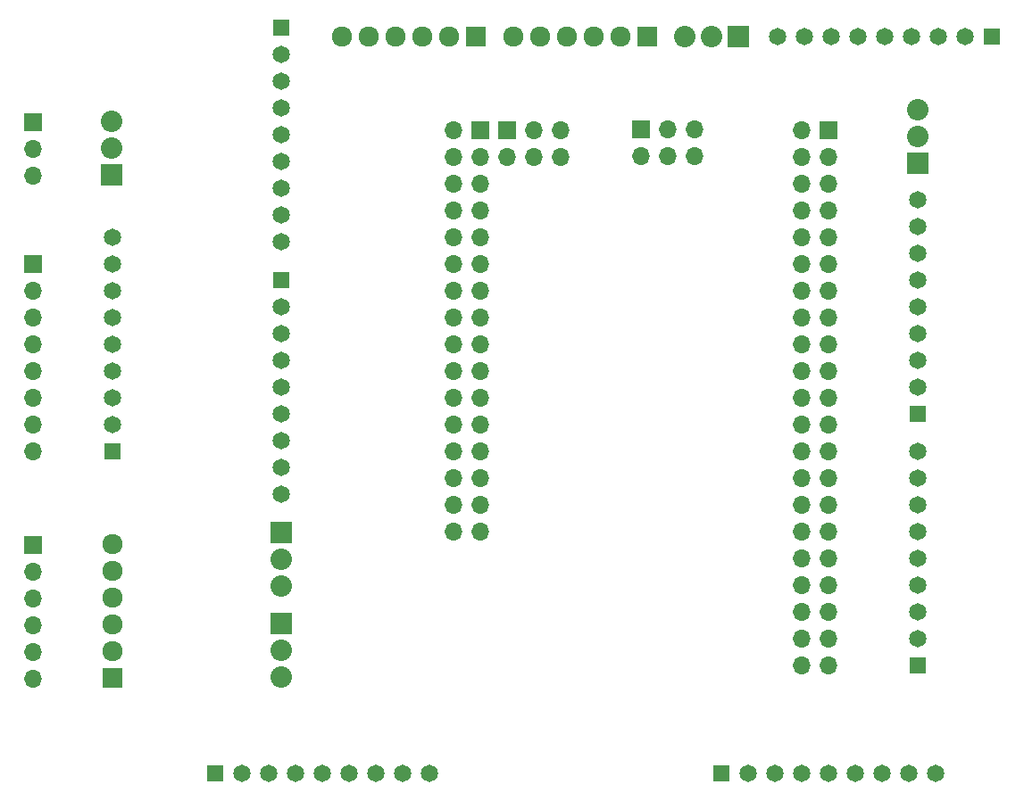
<source format=gbr>
%TF.GenerationSoftware,KiCad,Pcbnew,(6.0.9)*%
%TF.CreationDate,2023-02-05T01:27:45+02:00*%
%TF.ProjectId,Mega pro pins,4d656761-2070-4726-9f20-70696e732e6b,rev?*%
%TF.SameCoordinates,Original*%
%TF.FileFunction,Copper,L2,Bot*%
%TF.FilePolarity,Positive*%
%FSLAX46Y46*%
G04 Gerber Fmt 4.6, Leading zero omitted, Abs format (unit mm)*
G04 Created by KiCad (PCBNEW (6.0.9)) date 2023-02-05 01:27:45*
%MOMM*%
%LPD*%
G01*
G04 APERTURE LIST*
%TA.AperFunction,ComponentPad*%
%ADD10R,1.650000X1.650000*%
%TD*%
%TA.AperFunction,ComponentPad*%
%ADD11C,1.650000*%
%TD*%
%TA.AperFunction,ComponentPad*%
%ADD12R,1.920000X1.920000*%
%TD*%
%TA.AperFunction,ComponentPad*%
%ADD13C,1.920000*%
%TD*%
%TA.AperFunction,ComponentPad*%
%ADD14R,2.040000X2.040000*%
%TD*%
%TA.AperFunction,ComponentPad*%
%ADD15C,2.040000*%
%TD*%
%TA.AperFunction,ComponentPad*%
%ADD16R,1.700000X1.700000*%
%TD*%
%TA.AperFunction,ComponentPad*%
%ADD17O,1.700000X1.700000*%
%TD*%
G04 APERTURE END LIST*
D10*
%TO.P,J6,1,1*%
%TO.N,N/C*%
X113588800Y-85696400D03*
D11*
%TO.P,J6,2,2*%
X113588800Y-88236400D03*
%TO.P,J6,3,3*%
X113588800Y-90776400D03*
%TO.P,J6,4,4*%
X113588800Y-93316400D03*
%TO.P,J6,5,5*%
X113588800Y-95856400D03*
%TO.P,J6,6,6*%
X113588800Y-98396400D03*
%TO.P,J6,7,7*%
X113588800Y-100936400D03*
%TO.P,J6,8,8*%
X113588800Y-103476400D03*
%TO.P,J6,9,9*%
X113588800Y-106016400D03*
%TD*%
D10*
%TO.P,J9,1,1*%
%TO.N,N/C*%
X97586800Y-125857000D03*
D11*
%TO.P,J9,2,2*%
X97586800Y-123317000D03*
%TO.P,J9,3,3*%
X97586800Y-120777000D03*
%TO.P,J9,4,4*%
X97586800Y-118237000D03*
%TO.P,J9,5,5*%
X97586800Y-115697000D03*
%TO.P,J9,6,6*%
X97586800Y-113157000D03*
%TO.P,J9,7,7*%
X97586800Y-110617000D03*
%TO.P,J9,8,8*%
X97586800Y-108077000D03*
%TO.P,J9,9,9*%
X97586800Y-105537000D03*
%TD*%
D12*
%TO.P,J2,1,1*%
%TO.N,N/C*%
X148310600Y-86534600D03*
D13*
%TO.P,J2,2,2*%
X145770600Y-86534600D03*
%TO.P,J2,3,3*%
X143230600Y-86534600D03*
%TO.P,J2,4,4*%
X140690600Y-86534600D03*
%TO.P,J2,5,5*%
X138150600Y-86534600D03*
%TO.P,J2,6,6*%
X135610600Y-86534600D03*
%TD*%
D14*
%TO.P,J3,1,1*%
%TO.N,N/C*%
X156921300Y-86534600D03*
D15*
%TO.P,J3,2,2*%
X154381300Y-86534600D03*
%TO.P,J3,3,3*%
X151841300Y-86534600D03*
%TD*%
D16*
%TO.P,18,1*%
%TO.N,N/C*%
X90068400Y-108102400D03*
D17*
%TO.P,18,2*%
X90068400Y-110642400D03*
%TO.P,18,3*%
X90068400Y-113182400D03*
%TO.P,18,4*%
X90068400Y-115722400D03*
%TO.P,18,5*%
X90068400Y-118262400D03*
%TO.P,18,6*%
X90068400Y-120802400D03*
%TO.P,18,7*%
X90068400Y-123342400D03*
%TO.P,18,8*%
X90068400Y-125882400D03*
%TD*%
D12*
%TO.P,J1,1,1*%
%TO.N,N/C*%
X132031700Y-86534600D03*
D13*
%TO.P,J1,2,2*%
X129491700Y-86534600D03*
%TO.P,J1,3,3*%
X126951700Y-86534600D03*
%TO.P,J1,4,4*%
X124411700Y-86534600D03*
%TO.P,J1,5,5*%
X121871700Y-86534600D03*
%TO.P,J1,6,6*%
X119331700Y-86534600D03*
%TD*%
D14*
%TO.P,J7,1,1*%
%TO.N,N/C*%
X173913800Y-98523500D03*
D15*
%TO.P,J7,2,2*%
X173913800Y-95983500D03*
%TO.P,J7,3,3*%
X173913800Y-93443500D03*
%TD*%
D10*
%TO.P,J16,1,1*%
%TO.N,N/C*%
X155295600Y-156418500D03*
D11*
%TO.P,J16,2,2*%
X157835600Y-156418500D03*
%TO.P,J16,3,3*%
X160375600Y-156418500D03*
%TO.P,J16,4,4*%
X162915600Y-156418500D03*
%TO.P,J16,5,5*%
X165455600Y-156418500D03*
%TO.P,J16,6,6*%
X167995600Y-156418500D03*
%TO.P,J16,7,7*%
X170535600Y-156418500D03*
%TO.P,J16,8,8*%
X173075600Y-156418500D03*
%TO.P,J16,9,9*%
X175615600Y-156418500D03*
%TD*%
D14*
%TO.P,J5,1,1*%
%TO.N,N/C*%
X97500000Y-99611500D03*
D15*
%TO.P,J5,2,2*%
X97500000Y-97071500D03*
%TO.P,J5,3,3*%
X97500000Y-94531500D03*
%TD*%
D16*
%TO.P,13,1*%
%TO.N,N/C*%
X134950200Y-95377000D03*
D17*
%TO.P,13,2*%
X134950200Y-97917000D03*
%TO.P,13,3*%
X137490200Y-95377000D03*
%TO.P,13,4*%
X137490200Y-97917000D03*
%TO.P,13,5*%
X140030200Y-95377000D03*
%TO.P,13,6*%
X140030200Y-97917000D03*
%TD*%
D12*
%TO.P,J13,1,1*%
%TO.N,N/C*%
X97586800Y-147396200D03*
D13*
%TO.P,J13,2,2*%
X97586800Y-144856200D03*
%TO.P,J13,3,3*%
X97586800Y-142316200D03*
%TO.P,J13,4,4*%
X97586800Y-139776200D03*
%TO.P,J13,5,5*%
X97586800Y-137236200D03*
%TO.P,J13,6,6*%
X97586800Y-134696200D03*
%TD*%
D10*
%TO.P,J10,1,1*%
%TO.N,N/C*%
X113588800Y-109597800D03*
D11*
%TO.P,J10,2,2*%
X113588800Y-112137800D03*
%TO.P,J10,3,3*%
X113588800Y-114677800D03*
%TO.P,J10,4,4*%
X113588800Y-117217800D03*
%TO.P,J10,5,5*%
X113588800Y-119757800D03*
%TO.P,J10,6,6*%
X113588800Y-122297800D03*
%TO.P,J10,7,7*%
X113588800Y-124837800D03*
%TO.P,J10,8,8*%
X113588800Y-127377800D03*
%TO.P,J10,9,9*%
X113588800Y-129917800D03*
%TD*%
D10*
%TO.P,J8,1,1*%
%TO.N,N/C*%
X173913800Y-122348600D03*
D11*
%TO.P,J8,2,2*%
X173913800Y-119808600D03*
%TO.P,J8,3,3*%
X173913800Y-117268600D03*
%TO.P,J8,4,4*%
X173913800Y-114728600D03*
%TO.P,J8,5,5*%
X173913800Y-112188600D03*
%TO.P,J8,6,6*%
X173913800Y-109648600D03*
%TO.P,J8,7,7*%
X173913800Y-107108600D03*
%TO.P,J8,8,8*%
X173913800Y-104568600D03*
%TO.P,J8,9,9*%
X173913800Y-102028600D03*
%TD*%
D14*
%TO.P,J11,1,1*%
%TO.N,N/C*%
X113588800Y-133626100D03*
D15*
%TO.P,J11,2,2*%
X113588800Y-136166100D03*
%TO.P,J11,3,3*%
X113588800Y-138706100D03*
%TD*%
D16*
%TO.P,14,1*%
%TO.N,N/C*%
X165500000Y-95400000D03*
D17*
%TO.P,14,2*%
X162960000Y-95400000D03*
%TO.P,14,3*%
X165500000Y-97940000D03*
%TO.P,14,4*%
X162960000Y-97940000D03*
%TO.P,14,5*%
X165500000Y-100480000D03*
%TO.P,14,6*%
X162960000Y-100480000D03*
%TO.P,14,7*%
X165500000Y-103020000D03*
%TO.P,14,8*%
X162960000Y-103020000D03*
%TO.P,14,9*%
X165500000Y-105560000D03*
%TO.P,14,10*%
X162960000Y-105560000D03*
%TO.P,14,11*%
X165500000Y-108100000D03*
%TO.P,14,12*%
X162960000Y-108100000D03*
%TO.P,14,13*%
X165500000Y-110640000D03*
%TO.P,14,14*%
X162960000Y-110640000D03*
%TO.P,14,15*%
X165500000Y-113180000D03*
%TO.P,14,16*%
X162960000Y-113180000D03*
%TO.P,14,17*%
X165500000Y-115720000D03*
%TO.P,14,18*%
X162960000Y-115720000D03*
%TO.P,14,19*%
X165500000Y-118260000D03*
%TO.P,14,20*%
X162960000Y-118260000D03*
%TO.P,14,21*%
X165500000Y-120800000D03*
%TO.P,14,22*%
X162960000Y-120800000D03*
%TO.P,14,23*%
X165500000Y-123340000D03*
%TO.P,14,24*%
X162960000Y-123340000D03*
%TO.P,14,25*%
X165500000Y-125880000D03*
%TO.P,14,26*%
X162960000Y-125880000D03*
%TO.P,14,27*%
X165500000Y-128420000D03*
%TO.P,14,28*%
X162960000Y-128420000D03*
%TO.P,14,29*%
X165500000Y-130960000D03*
%TO.P,14,30*%
X162960000Y-130960000D03*
%TO.P,14,31*%
X165500000Y-133500000D03*
%TO.P,14,32*%
X162960000Y-133500000D03*
%TO.P,14,33*%
X165500000Y-136040000D03*
%TO.P,14,34*%
X162960000Y-136040000D03*
%TO.P,14,35*%
X165500000Y-138580000D03*
%TO.P,14,36*%
X162960000Y-138580000D03*
%TO.P,14,37*%
X165500000Y-141120000D03*
%TO.P,14,38*%
X162960000Y-141120000D03*
%TO.P,14,39*%
X165500000Y-143660000D03*
%TO.P,14,40*%
X162960000Y-143660000D03*
%TO.P,14,41*%
X165500000Y-146200000D03*
%TO.P,14,42*%
X162960000Y-146200000D03*
%TD*%
D16*
%TO.P,16,1*%
%TO.N,N/C*%
X90063200Y-94600000D03*
D17*
%TO.P,16,2*%
X90063200Y-97140000D03*
%TO.P,16,3*%
X90063200Y-99680000D03*
%TD*%
D10*
%TO.P,J15,1,1*%
%TO.N,N/C*%
X107264200Y-156435400D03*
D11*
%TO.P,J15,2,2*%
X109804200Y-156435400D03*
%TO.P,J15,3,3*%
X112344200Y-156435400D03*
%TO.P,J15,4,4*%
X114884200Y-156435400D03*
%TO.P,J15,5,5*%
X117424200Y-156435400D03*
%TO.P,J15,6,6*%
X119964200Y-156435400D03*
%TO.P,J15,7,7*%
X122504200Y-156435400D03*
%TO.P,J15,8,8*%
X125044200Y-156435400D03*
%TO.P,J15,9,9*%
X127584200Y-156435400D03*
%TD*%
D16*
%TO.P,12,1*%
%TO.N,N/C*%
X132410200Y-95427800D03*
D17*
%TO.P,12,2*%
X129870200Y-95427800D03*
%TO.P,12,3*%
X132410200Y-97967800D03*
%TO.P,12,4*%
X129870200Y-97967800D03*
%TO.P,12,5*%
X132410200Y-100507800D03*
%TO.P,12,6*%
X129870200Y-100507800D03*
%TO.P,12,7*%
X132410200Y-103047800D03*
%TO.P,12,8*%
X129870200Y-103047800D03*
%TO.P,12,9*%
X132410200Y-105587800D03*
%TO.P,12,10*%
X129870200Y-105587800D03*
%TO.P,12,11*%
X132410200Y-108127800D03*
%TO.P,12,12*%
X129870200Y-108127800D03*
%TO.P,12,13*%
X132410200Y-110667800D03*
%TO.P,12,14*%
X129870200Y-110667800D03*
%TO.P,12,15*%
X132410200Y-113207800D03*
%TO.P,12,16*%
X129870200Y-113207800D03*
%TO.P,12,17*%
X132410200Y-115747800D03*
%TO.P,12,18*%
X129870200Y-115747800D03*
%TO.P,12,19*%
X132410200Y-118287800D03*
%TO.P,12,20*%
X129870200Y-118287800D03*
%TO.P,12,21*%
X132410200Y-120827800D03*
%TO.P,12,22*%
X129870200Y-120827800D03*
%TO.P,12,23*%
X132410200Y-123367800D03*
%TO.P,12,24*%
X129870200Y-123367800D03*
%TO.P,12,25*%
X132410200Y-125907800D03*
%TO.P,12,26*%
X129870200Y-125907800D03*
%TO.P,12,27*%
X132410200Y-128447800D03*
%TO.P,12,28*%
X129870200Y-128447800D03*
%TO.P,12,29*%
X132410200Y-130987800D03*
%TO.P,12,30*%
X129870200Y-130987800D03*
%TO.P,12,31*%
X132410200Y-133527800D03*
%TO.P,12,32*%
X129870200Y-133527800D03*
%TD*%
D10*
%TO.P,J12,1,1*%
%TO.N,N/C*%
X173913800Y-146224600D03*
D11*
%TO.P,J12,2,2*%
X173913800Y-143684600D03*
%TO.P,J12,3,3*%
X173913800Y-141144600D03*
%TO.P,J12,4,4*%
X173913800Y-138604600D03*
%TO.P,J12,5,5*%
X173913800Y-136064600D03*
%TO.P,J12,6,6*%
X173913800Y-133524600D03*
%TO.P,J12,7,7*%
X173913800Y-130984600D03*
%TO.P,J12,8,8*%
X173913800Y-128444600D03*
%TO.P,J12,9,9*%
X173913800Y-125904600D03*
%TD*%
D16*
%TO.P,19,1*%
%TO.N,N/C*%
X90068400Y-134747000D03*
D17*
%TO.P,19,2*%
X90068400Y-137287000D03*
%TO.P,19,3*%
X90068400Y-139827000D03*
%TO.P,19,4*%
X90068400Y-142367000D03*
%TO.P,19,5*%
X90068400Y-144907000D03*
%TO.P,19,6*%
X90068400Y-147447000D03*
%TD*%
D14*
%TO.P,J14,1,1*%
%TO.N,N/C*%
X113588800Y-142211400D03*
D15*
%TO.P,J14,2,2*%
X113588800Y-144751400D03*
%TO.P,J14,3,3*%
X113588800Y-147291400D03*
%TD*%
D16*
%TO.P,11,1*%
%TO.N,N/C*%
X147700000Y-95300000D03*
D17*
%TO.P,11,2*%
X147700000Y-97840000D03*
%TO.P,11,3*%
X150240000Y-95300000D03*
%TO.P,11,4*%
X150240000Y-97840000D03*
%TO.P,11,5*%
X152780000Y-95300000D03*
%TO.P,11,6*%
X152780000Y-97840000D03*
%TD*%
D10*
%TO.P,J4,1,1*%
%TO.N,N/C*%
X180924200Y-86512400D03*
D11*
%TO.P,J4,2,2*%
X178384200Y-86512400D03*
%TO.P,J4,3,3*%
X175844200Y-86512400D03*
%TO.P,J4,4,4*%
X173304200Y-86512400D03*
%TO.P,J4,5,5*%
X170764200Y-86512400D03*
%TO.P,J4,6,6*%
X168224200Y-86512400D03*
%TO.P,J4,7,7*%
X165684200Y-86512400D03*
%TO.P,J4,8,8*%
X163144200Y-86512400D03*
%TO.P,J4,9,9*%
X160604200Y-86512400D03*
%TD*%
M02*

</source>
